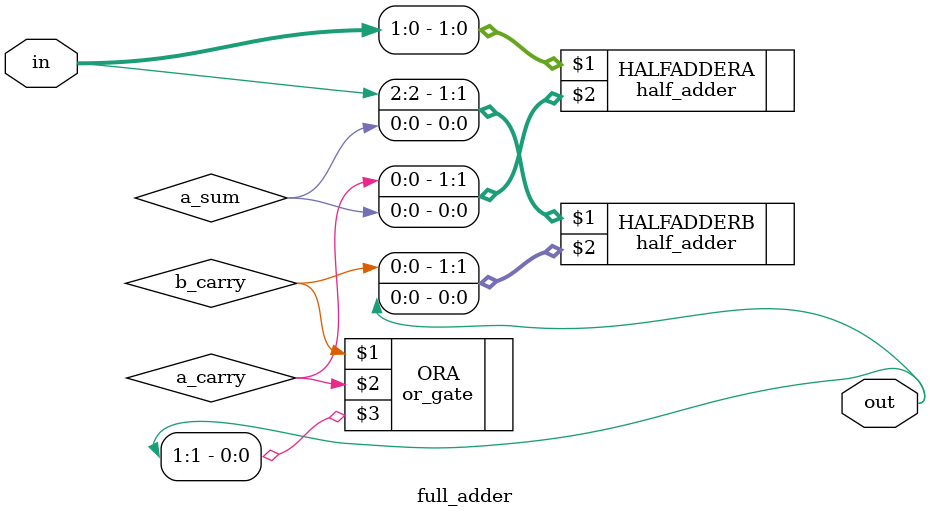
<source format=v>
module full_adder (input [2:0] in,
                   output [1:0] out);
    wire a_sum, a_carry, b_carry;
    half_adder HALFADDERA (in[1:0], { a_carry, a_sum });
    half_adder HALFADDERB ({ in[2], a_sum }, { b_carry, out[0] });
    or_gate ORA (b_carry, a_carry, out[1]);
endmodule

</source>
